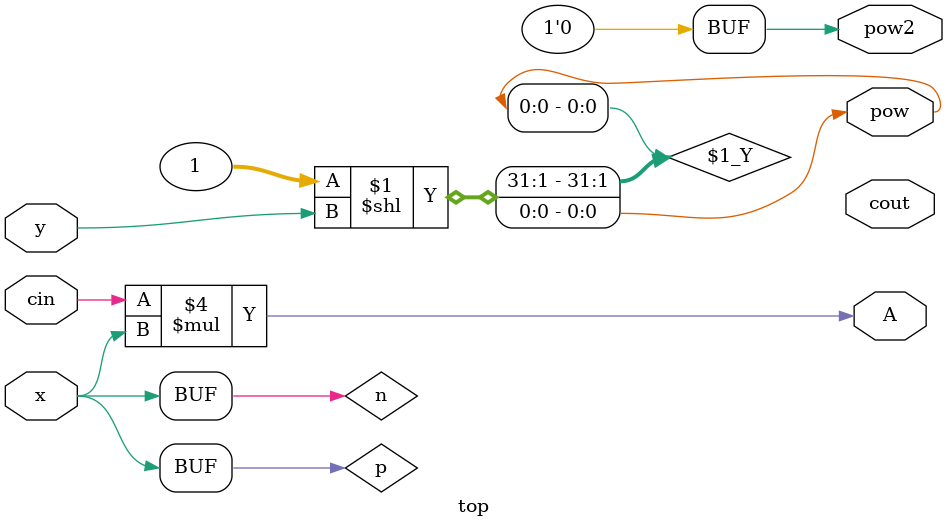
<source format=v>
module top
(
 input x,
 input y,
 input cin,

 output A,
 output cout,
 output signed pow,
 output signed pow2
 );

 wire p,n;

assign pow = 2 ** y;
assign pow2 = 2 ** 2;

assign p =  +x;
assign n =  -x;
assign A =  cin * x;

endmodule

</source>
